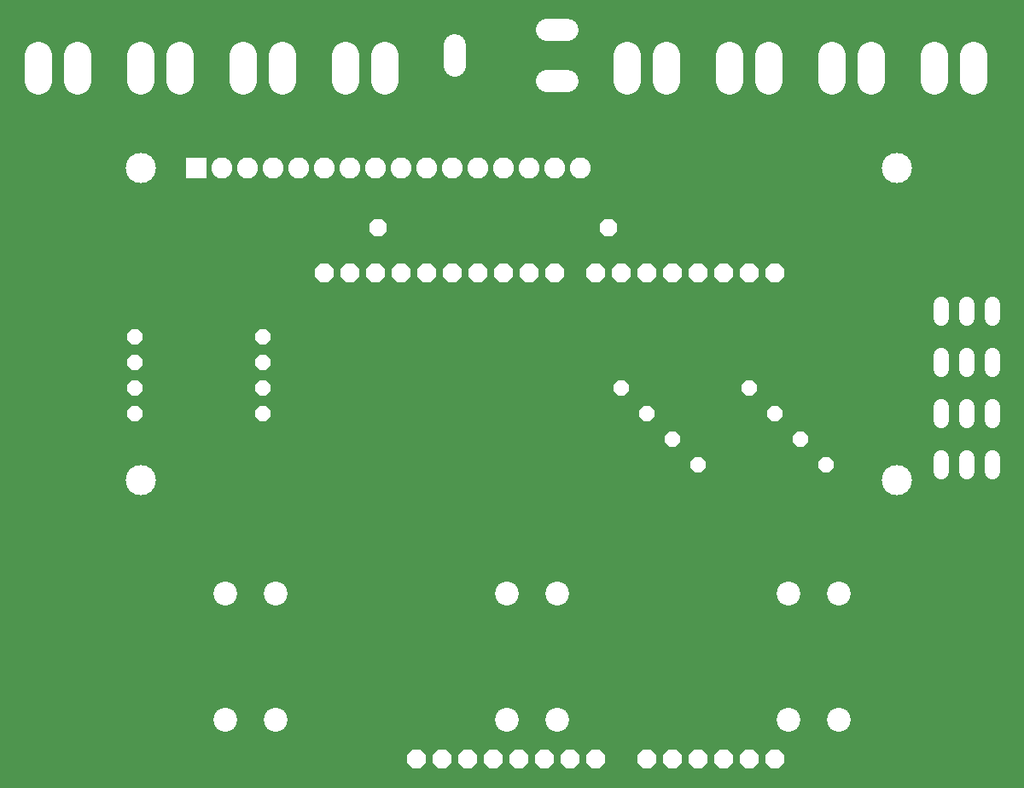
<source format=gbr>
G04 EAGLE Gerber RS-274X export*
G75*
%MOMM*%
%FSLAX34Y34*%
%LPD*%
%INSoldermask Top*%
%IPNEG*%
%AMOC8*
5,1,8,0,0,1.08239X$1,22.5*%
G01*
%ADD10C,2.717800*%
%ADD11C,2.184400*%
%ADD12R,2.082800X2.082800*%
%ADD13C,2.082800*%
%ADD14C,3.003200*%
%ADD15P,1.869504X8X22.500000*%
%ADD16P,1.649562X8X22.500000*%
%ADD17P,1.649562X8X202.500000*%
%ADD18C,2.362200*%
%ADD19C,1.524000*%
%ADD20P,2.034460X8X22.500000*%


D10*
X70612Y711327D02*
X70612Y736473D01*
X30988Y736473D02*
X30988Y711327D01*
X172212Y711327D02*
X172212Y736473D01*
X132588Y736473D02*
X132588Y711327D01*
X273812Y711327D02*
X273812Y736473D01*
X234188Y736473D02*
X234188Y711327D01*
X375412Y711327D02*
X375412Y736473D01*
X335788Y736473D02*
X335788Y711327D01*
D11*
X444500Y726694D02*
X444500Y746506D01*
X536194Y711200D02*
X556006Y711200D01*
X556006Y762000D02*
X536194Y762000D01*
D10*
X654812Y736473D02*
X654812Y711327D01*
X615188Y711327D02*
X615188Y736473D01*
X756412Y736473D02*
X756412Y711327D01*
X716788Y711327D02*
X716788Y736473D01*
X858012Y736473D02*
X858012Y711327D01*
X818388Y711327D02*
X818388Y736473D01*
X959612Y736473D02*
X959612Y711327D01*
X919988Y711327D02*
X919988Y736473D01*
D12*
X188000Y624900D03*
D13*
X213400Y624900D03*
X238800Y624900D03*
X264200Y624900D03*
X289600Y624900D03*
X315000Y624900D03*
X340400Y624900D03*
X365800Y624900D03*
X391200Y624900D03*
X416600Y624900D03*
X442000Y624900D03*
X467400Y624900D03*
X492800Y624900D03*
X518200Y624900D03*
X543600Y624900D03*
X569000Y624900D03*
D14*
X133000Y624900D03*
X133000Y314900D03*
X883000Y624900D03*
X883000Y314900D03*
D15*
X368300Y565150D03*
X596900Y565150D03*
D16*
X609600Y406400D03*
X736600Y406400D03*
X635000Y381000D03*
X762000Y381000D03*
X660400Y355600D03*
X787400Y355600D03*
X685800Y330200D03*
X812800Y330200D03*
D17*
X254000Y381000D03*
X127000Y381000D03*
X254000Y406400D03*
X127000Y406400D03*
X254000Y431800D03*
X127000Y431800D03*
X254000Y457200D03*
X127000Y457200D03*
D18*
X216300Y77200D03*
X266300Y77200D03*
X266300Y202200D03*
X216300Y202200D03*
X495700Y77200D03*
X545700Y77200D03*
X545700Y202200D03*
X495700Y202200D03*
X775100Y77200D03*
X825100Y77200D03*
X825100Y202200D03*
X775100Y202200D03*
D19*
X952500Y475996D02*
X952500Y489204D01*
X927100Y489204D02*
X927100Y475996D01*
X977900Y475996D02*
X977900Y489204D01*
X952500Y438404D02*
X952500Y425196D01*
X927100Y425196D02*
X927100Y438404D01*
X977900Y438404D02*
X977900Y425196D01*
X952500Y387604D02*
X952500Y374396D01*
X927100Y374396D02*
X927100Y387604D01*
X977900Y387604D02*
X977900Y374396D01*
X952500Y336804D02*
X952500Y323596D01*
X927100Y323596D02*
X927100Y336804D01*
X977900Y336804D02*
X977900Y323596D01*
D20*
X660400Y520700D03*
X635000Y38100D03*
X685800Y520700D03*
X711200Y520700D03*
X736600Y520700D03*
X762000Y520700D03*
X635000Y520700D03*
X609600Y520700D03*
X584200Y520700D03*
X543560Y520700D03*
X518160Y520700D03*
X492760Y520700D03*
X467360Y520700D03*
X441960Y520700D03*
X416560Y520700D03*
X391160Y520700D03*
X365760Y520700D03*
X660400Y38100D03*
X685800Y38100D03*
X711200Y38100D03*
X736600Y38100D03*
X762000Y38100D03*
X584200Y38100D03*
X558800Y38100D03*
X533400Y38100D03*
X508000Y38100D03*
X482600Y38100D03*
X457200Y38100D03*
X340360Y520700D03*
X314960Y520700D03*
X431800Y38100D03*
X406400Y38100D03*
M02*

</source>
